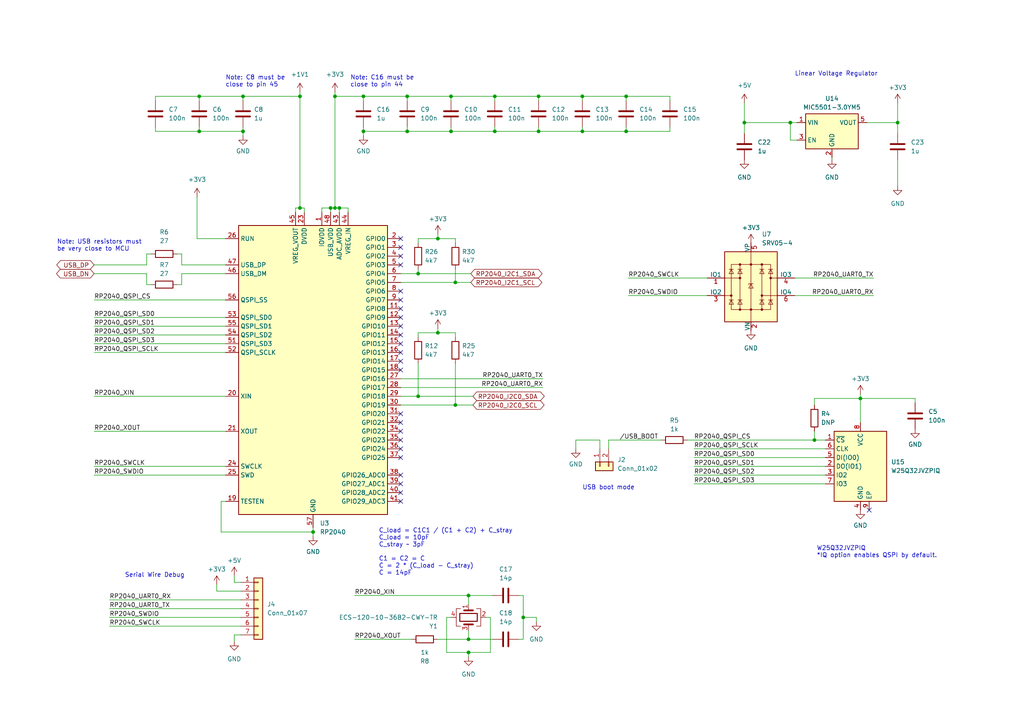
<source format=kicad_sch>
(kicad_sch (version 20230121) (generator eeschema)
  (paper "A4")
  (lib_symbols
    (symbol "Connector_Generic:Conn_01x02" (pin_names (offset 1.016) hide)
      (property "Reference" "J" (at 0 2.54 0))
      (property "Value" "Conn_01x02" (at 0 -5.08 0))
      (symbol "Conn_01x02_1_1"
        (rectangle (start -1.27 -2.413) (end 0 -2.667) (stroke (width 0.1524)))
        (rectangle (start -1.27 0.127) (end 0 -0.127) (stroke (width 0.1524)))
        (rectangle (start -1.27 1.27) (end 1.27 -3.81) (stroke (width 0.254)) (fill (type background)))
        (pin passive line (at -5.08 0 0) (length 3.81) (name "Pin_1") (number "1"))
        (pin passive line (at -5.08 -2.54 0) (length 3.81) (name "Pin_2") (number "2"))
      )
    )
    (symbol "Connector_Generic:Conn_01x07" (pin_names (offset 1.016) hide)
      (property "Reference" "J" (at 0 10.16 0))
      (property "Value" "Conn_01x07" (at 0 -10.16 0))
      (symbol "Conn_01x07_1_1"
        (rectangle (start -1.27 -7.493) (end 0 -7.747) (stroke (width 0.1524)))
        (rectangle (start -1.27 -4.953) (end 0 -5.207) (stroke (width 0.1524)))
        (rectangle (start -1.27 -2.413) (end 0 -2.667) (stroke (width 0.1524)))
        (rectangle (start -1.27 0.127) (end 0 -0.127) (stroke (width 0.1524)))
        (rectangle (start -1.27 2.667) (end 0 2.413) (stroke (width 0.1524)))
        (rectangle (start -1.27 5.207) (end 0 4.953) (stroke (width 0.1524)))
        (rectangle (start -1.27 7.747) (end 0 7.493) (stroke (width 0.1524)))
        (rectangle (start -1.27 8.89) (end 1.27 -8.89) (stroke (width 0.254)) (fill (type background)))
        (pin passive line (at -5.08 7.62 0) (length 3.81) (name "Pin_1") (number "1"))
        (pin passive line (at -5.08 5.08 0) (length 3.81) (name "Pin_2") (number "2"))
        (pin passive line (at -5.08 2.54 0) (length 3.81) (name "Pin_3") (number "3"))
        (pin passive line (at -5.08 0 0) (length 3.81) (name "Pin_4") (number "4"))
        (pin passive line (at -5.08 -2.54 0) (length 3.81) (name "Pin_5") (number "5"))
        (pin passive line (at -5.08 -5.08 0) (length 3.81) (name "Pin_6") (number "6"))
        (pin passive line (at -5.08 -7.62 0) (length 3.81) (name "Pin_7") (number "7"))
      )
    )
    (symbol "Device:C" (pin_numbers hide) (pin_names (offset 0.254))
      (property "Reference" "C" (at 0.635 2.54 0))
      (property "Value" "C" (at 0.635 -2.54 0))
      (symbol "C_0_1"
        (polyline (pts (xy -2.032 -0.762) (xy 2.032 -0.762)) (stroke (width 0.508)))
        (polyline (pts (xy -2.032 0.762) (xy 2.032 0.762)) (stroke (width 0.508)))
      )
      (symbol "C_1_1"
        (pin passive line (at 0 3.81 270) (length 2.794) (name "~") (number "1"))
        (pin passive line (at 0 -3.81 90) (length 2.794) (name "~") (number "2"))
      )
    )
    (symbol "Device:Crystal_GND24" (pin_names (offset 1.016) hide)
      (property "Reference" "Y" (at 3.175 5.08 0))
      (property "Value" "Crystal_GND24" (at 3.175 3.175 0))
      (symbol "Crystal_GND24_0_1"
        (rectangle (start -1.143 2.54) (end 1.143 -2.54) (stroke (width 0.3048)))
        (polyline (pts (xy -2.54 0) (xy -2.032 0)))
        (polyline (pts (xy -2.032 -1.27) (xy -2.032 1.27)) (stroke (width 0.508)))
        (polyline (pts (xy 0 -3.81) (xy 0 -3.556)))
        (polyline (pts (xy 0 3.556) (xy 0 3.81)))
        (polyline (pts (xy 2.032 -1.27) (xy 2.032 1.27)) (stroke (width 0.508)))
        (polyline (pts (xy 2.032 0) (xy 2.54 0)))
        (polyline (pts (xy -2.54 -2.286) (xy -2.54 -3.556) (xy 2.54 -3.556) (xy 2.54 -2.286)))
        (polyline (pts (xy -2.54 2.286) (xy -2.54 3.556) (xy 2.54 3.556) (xy 2.54 2.286)))
      )
      (symbol "Crystal_GND24_1_1"
        (pin passive line (at -3.81 0 0) (length 1.27) (name "1") (number "1"))
        (pin passive line (at 0 5.08 270) (length 1.27) (name "2") (number "2"))
        (pin passive line (at 3.81 0 180) (length 1.27) (name "3") (number "3"))
        (pin passive line (at 0 -5.08 90) (length 1.27) (name "4") (number "4"))
      )
    )
    (symbol "Device:R" (pin_numbers hide) (pin_names (offset 0))
      (property "Reference" "R" (at 2.032 0 90))
      (property "Value" "R" (at 0 0 90))
      (symbol "R_0_1"
        (rectangle (start -1.016 -2.54) (end 1.016 2.54) (stroke (width 0.254)))
      )
      (symbol "R_1_1"
        (pin passive line (at 0 3.81 270) (length 1.27) (name "~") (number "1"))
        (pin passive line (at 0 -3.81 90) (length 1.27) (name "~") (number "2"))
      )
    )
    (symbol "MCU_RaspberryPi:RP2040"
      (property "Reference" "U" (at 17.78 45.72 0))
      (property "Value" "RP2040" (at 17.78 43.18 0))
      (symbol "RP2040_0_1"
        (rectangle (start -21.59 41.91) (end 21.59 -41.91) (stroke (width 0.254)) (fill (type background)))
      )
      (symbol "RP2040_1_1"
        (pin power_in line (at 2.54 45.72 270) (length 3.81) (name "IOVDD") (number "1"))
        (pin passive line (at 2.54 45.72 270) (length 3.81) hide (name "IOVDD") (number "10"))
        (pin bidirectional line (at 25.4 17.78 180) (length 3.81) (name "GPIO8") (number "11"))
        (pin bidirectional line (at 25.4 15.24 180) (length 3.81) (name "GPIO9") (number "12"))
        (pin bidirectional line (at 25.4 12.7 180) (length 3.81) (name "GPIO10") (number "13"))
        (pin bidirectional line (at 25.4 10.16 180) (length 3.81) (name "GPIO11") (number "14"))
        (pin bidirectional line (at 25.4 7.62 180) (length 3.81) (name "GPIO12") (number "15"))
        (pin bidirectional line (at 25.4 5.08 180) (length 3.81) (name "GPIO13") (number "16"))
        (pin bidirectional line (at 25.4 2.54 180) (length 3.81) (name "GPIO14") (number "17"))
        (pin bidirectional line (at 25.4 0 180) (length 3.81) (name "GPIO15") (number "18"))
        (pin input line (at -25.4 -38.1 0) (length 3.81) (name "TESTEN") (number "19"))
        (pin bidirectional line (at 25.4 38.1 180) (length 3.81) (name "GPIO0") (number "2"))
        (pin input line (at -25.4 -7.62 0) (length 3.81) (name "XIN") (number "20"))
        (pin passive line (at -25.4 -17.78 0) (length 3.81) (name "XOUT") (number "21"))
        (pin passive line (at 2.54 45.72 270) (length 3.81) hide (name "IOVDD") (number "22"))
        (pin power_in line (at -2.54 45.72 270) (length 3.81) (name "DVDD") (number "23"))
        (pin input line (at -25.4 -27.94 0) (length 3.81) (name "SWCLK") (number "24"))
        (pin bidirectional line (at -25.4 -30.48 0) (length 3.81) (name "SWD") (number "25"))
        (pin input line (at -25.4 38.1 0) (length 3.81) (name "RUN") (number "26"))
        (pin bidirectional line (at 25.4 -2.54 180) (length 3.81) (name "GPIO16") (number "27"))
        (pin bidirectional line (at 25.4 -5.08 180) (length 3.81) (name "GPIO17") (number "28"))
        (pin bidirectional line (at 25.4 -7.62 180) (length 3.81) (name "GPIO18") (number "29"))
        (pin bidirectional line (at 25.4 35.56 180) (length 3.81) (name "GPIO1") (number "3"))
        (pin bidirectional line (at 25.4 -10.16 180) (length 3.81) (name "GPIO19") (number "30"))
        (pin bidirectional line (at 25.4 -12.7 180) (length 3.81) (name "GPIO20") (number "31"))
        (pin bidirectional line (at 25.4 -15.24 180) (length 3.81) (name "GPIO21") (number "32"))
        (pin passive line (at 2.54 45.72 270) (length 3.81) hide (name "IOVDD") (number "33"))
        (pin bidirectional line (at 25.4 -17.78 180) (length 3.81) (name "GPIO22") (number "34"))
        (pin bidirectional line (at 25.4 -20.32 180) (length 3.81) (name "GPIO23") (number "35"))
        (pin bidirectional line (at 25.4 -22.86 180) (length 3.81) (name "GPIO24") (number "36"))
        (pin bidirectional line (at 25.4 -25.4 180) (length 3.81) (name "GPIO25") (number "37"))
        (pin bidirectional line (at 25.4 -30.48 180) (length 3.81) (name "GPIO26_ADC0") (number "38"))
        (pin bidirectional line (at 25.4 -33.02 180) (length 3.81) (name "GPIO27_ADC1") (number "39"))
        (pin bidirectional line (at 25.4 33.02 180) (length 3.81) (name "GPIO2") (number "4"))
        (pin bidirectional line (at 25.4 -35.56 180) (length 3.81) (name "GPIO28_ADC2") (number "40"))
        (pin bidirectional line (at 25.4 -38.1 180) (length 3.81) (name "GPIO29_ADC3") (number "41"))
        (pin passive line (at 2.54 45.72 270) (length 3.81) hide (name "IOVDD") (number "42"))
        (pin power_in line (at 7.62 45.72 270) (length 3.81) (name "ADC_AVDD") (number "43"))
        (pin power_in line (at 10.16 45.72 270) (length 3.81) (name "VREG_IN") (number "44"))
        (pin power_out line (at -5.08 45.72 270) (length 3.81) (name "VREG_VOUT") (number "45"))
        (pin bidirectional line (at -25.4 27.94 0) (length 3.81) (name "USB_DM") (number "46"))
        (pin bidirectional line (at -25.4 30.48 0) (length 3.81) (name "USB_DP") (number "47"))
        (pin power_in line (at 5.08 45.72 270) (length 3.81) (name "USB_VDD") (number "48"))
        (pin passive line (at 2.54 45.72 270) (length 3.81) hide (name "IOVDD") (number "49"))
        (pin bidirectional line (at 25.4 30.48 180) (length 3.81) (name "GPIO3") (number "5"))
        (pin passive line (at -2.54 45.72 270) (length 3.81) hide (name "DVDD") (number "50"))
        (pin bidirectional line (at -25.4 7.62 0) (length 3.81) (name "QSPI_SD3") (number "51"))
        (pin output line (at -25.4 5.08 0) (length 3.81) (name "QSPI_SCLK") (number "52"))
        (pin bidirectional line (at -25.4 15.24 0) (length 3.81) (name "QSPI_SD0") (number "53"))
        (pin bidirectional line (at -25.4 10.16 0) (length 3.81) (name "QSPI_SD2") (number "54"))
        (pin bidirectional line (at -25.4 12.7 0) (length 3.81) (name "QSPI_SD1") (number "55"))
        (pin bidirectional line (at -25.4 20.32 0) (length 3.81) (name "QSPI_SS") (number "56"))
        (pin power_in line (at 0 -45.72 90) (length 3.81) (name "GND") (number "57"))
        (pin bidirectional line (at 25.4 27.94 180) (length 3.81) (name "GPIO4") (number "6"))
        (pin bidirectional line (at 25.4 25.4 180) (length 3.81) (name "GPIO5") (number "7"))
        (pin bidirectional line (at 25.4 22.86 180) (length 3.81) (name "GPIO6") (number "8"))
        (pin bidirectional line (at 25.4 20.32 180) (length 3.81) (name "GPIO7") (number "9"))
      )
    )
    (symbol "Memory_Flash:W25Q32JVZP"
      (property "Reference" "U" (at -6.35 11.43 0))
      (property "Value" "W25Q32JVZP" (at 7.62 11.43 0))
      (symbol "W25Q32JVZP_0_1"
        (rectangle (start -7.62 10.16) (end 7.62 -10.16) (stroke (width 0.254)) (fill (type background)))
      )
      (symbol "W25Q32JVZP_1_1"
        (pin input line (at -10.16 7.62 0) (length 2.54) (name "~{CS}") (number "1"))
        (pin bidirectional line (at -10.16 0 0) (length 2.54) (name "DO(IO1)") (number "2"))
        (pin bidirectional line (at -10.16 -2.54 0) (length 2.54) (name "IO2") (number "3"))
        (pin power_in line (at 0 -12.7 90) (length 2.54) (name "GND") (number "4"))
        (pin bidirectional line (at -10.16 2.54 0) (length 2.54) (name "DI(IO0)") (number "5"))
        (pin input line (at -10.16 5.08 0) (length 2.54) (name "CLK") (number "6"))
        (pin bidirectional line (at -10.16 -5.08 0) (length 2.54) (name "IO3") (number "7"))
        (pin power_in line (at 0 12.7 270) (length 2.54) (name "VCC") (number "8"))
        (pin passive line (at 2.54 -12.7 90) (length 2.54) (name "EP") (number "9"))
      )
    )
    (symbol "Power_Protection:SRV05-4" (pin_names (offset 0))
      (property "Reference" "U" (at -5.08 11.43 0))
      (property "Value" "SRV05-4" (at 2.54 11.43 0))
      (symbol "SRV05-4_0_0"
        (rectangle (start -5.715 6.477) (end 5.715 -6.604))
        (polyline (pts (xy -3.175 -6.604) (xy -3.175 6.477)))
        (polyline (pts (xy 3.175 6.477) (xy 3.175 -6.604)))
      )
      (symbol "SRV05-4_0_1"
        (rectangle (start -7.62 10.16) (end 7.62 -10.16) (stroke (width 0.254)) (fill (type background)))
        (circle (center -5.715 -2.54) (radius 0.2794) (fill (type outline)))
        (circle (center -3.175 -6.604) (radius 0.2794) (fill (type outline)))
        (circle (center -3.175 2.54) (radius 0.2794) (fill (type outline)))
        (circle (center -3.175 6.477) (radius 0.2794) (fill (type outline)))
        (circle (center 0 -6.604) (radius 0.2794) (fill (type outline)))
        (polyline (pts (xy -7.747 2.54) (xy -3.175 2.54)))
        (polyline (pts (xy -7.62 -2.54) (xy -5.715 -2.54)))
        (polyline (pts (xy -5.08 -3.81) (xy -6.35 -3.81)))
        (polyline (pts (xy -5.08 5.08) (xy -6.35 5.08)))
        (polyline (pts (xy -2.54 -3.81) (xy -3.81 -3.81)))
        (polyline (pts (xy -2.54 5.08) (xy -3.81 5.08)))
        (polyline (pts (xy 0 10.16) (xy 0 -10.16)))
        (polyline (pts (xy 3.81 -3.81) (xy 2.54 -3.81)))
        (polyline (pts (xy 3.81 5.08) (xy 2.54 5.08)))
        (polyline (pts (xy 6.35 -3.81) (xy 5.08 -3.81)))
        (polyline (pts (xy 6.35 5.08) (xy 5.08 5.08)))
        (polyline (pts (xy 7.62 -2.54) (xy 3.175 -2.54)))
        (polyline (pts (xy 7.62 2.54) (xy 5.715 2.54)))
        (polyline (pts (xy 0.635 0.889) (xy -0.635 0.889) (xy -0.635 0.635)))
        (polyline (pts (xy -5.08 -5.08) (xy -6.35 -5.08) (xy -5.715 -3.81) (xy -5.08 -5.08)))
        (polyline (pts (xy -5.08 3.81) (xy -6.35 3.81) (xy -5.715 5.08) (xy -5.08 3.81)))
        (polyline (pts (xy -2.54 -5.08) (xy -3.81 -5.08) (xy -3.175 -3.81) (xy -2.54 -5.08)))
        (polyline (pts (xy -2.54 3.81) (xy -3.81 3.81) (xy -3.175 5.08) (xy -2.54 3.81)))
        (polyline (pts (xy 0.635 -0.381) (xy -0.635 -0.381) (xy 0 0.889) (xy 0.635 -0.381)))
        (polyline (pts (xy 3.81 -5.08) (xy 2.54 -5.08) (xy 3.175 -3.81) (xy 3.81 -5.08)))
        (polyline (pts (xy 3.81 3.81) (xy 2.54 3.81) (xy 3.175 5.08) (xy 3.81 3.81)))
        (polyline (pts (xy 6.35 -5.08) (xy 5.08 -5.08) (xy 5.715 -3.81) (xy 6.35 -5.08)))
        (polyline (pts (xy 6.35 3.81) (xy 5.08 3.81) (xy 5.715 5.08) (xy 6.35 3.81)))
        (circle (center 0 6.477) (radius 0.2794) (fill (type outline)))
        (circle (center 3.175 -6.604) (radius 0.2794) (fill (type outline)))
        (circle (center 3.175 -2.54) (radius 0.2794) (fill (type outline)))
        (circle (center 3.175 6.477) (radius 0.2794) (fill (type outline)))
        (circle (center 5.715 2.54) (radius 0.2794) (fill (type outline)))
      )
      (symbol "SRV05-4_1_1"
        (pin passive line (at -12.7 2.54 0) (length 5.08) (name "IO1") (number "1"))
        (pin passive line (at 0 -12.7 90) (length 2.54) (name "VN") (number "2"))
        (pin passive line (at -12.7 -2.54 0) (length 5.08) (name "IO2") (number "3"))
        (pin passive line (at 12.7 2.54 180) (length 5.08) (name "IO3") (number "4"))
        (pin passive line (at 0 12.7 270) (length 2.54) (name "VP") (number "5"))
        (pin passive line (at 12.7 -2.54 180) (length 5.08) (name "IO4") (number "6"))
      )
    )
    (symbol "Regulator_Linear:MIC5501-3.0YM5"
      (property "Reference" "U" (at -7.62 8.89 0))
      (property "Value" "MIC5501-3.0YM5" (at -7.62 6.35 0))
      (symbol "MIC5501-3.0YM5_0_1"
        (rectangle (start -7.62 -5.08) (end 7.62 5.08) (stroke (width 0.254)) (fill (type background)))
      )
      (symbol "MIC5501-3.0YM5_1_1"
        (pin power_in line (at -10.16 2.54 0) (length 2.54) (name "VIN") (number "1"))
        (pin power_in line (at 0 -7.62 90) (length 2.54) (name "GND") (number "2"))
        (pin input line (at -10.16 -2.54 0) (length 2.54) (name "EN") (number "3"))
        (pin no_connect line (at 7.62 -2.54 180) (length 2.54) hide (name "NC") (number "4"))
        (pin power_out line (at 10.16 2.54 180) (length 2.54) (name "VOUT") (number "5"))
      )
    )
    (symbol "power:+1V1" (power) (pin_names (offset 0))
      (property "Value" "+1V1" (at 0 3.556 0))
      (symbol "+1V1_0_1"
        (polyline (pts (xy -0.762 1.27) (xy 0 2.54)))
        (polyline (pts (xy 0 0) (xy 0 2.54)))
        (polyline (pts (xy 0 2.54) (xy 0.762 1.27)))
      )
      (symbol "+1V1_1_1"
        (pin power_in line (at 0 0 90) (length 0) hide (name "+1V1") (number "1"))
      )
    )
    (symbol "power:+3V3" (power) (pin_names (offset 0))
      (property "Value" "+3V3" (at 0 3.556 0))
      (symbol "+3V3_0_1"
        (polyline (pts (xy -0.762 1.27) (xy 0 2.54)))
        (polyline (pts (xy 0 0) (xy 0 2.54)))
        (polyline (pts (xy 0 2.54) (xy 0.762 1.27)))
      )
      (symbol "+3V3_1_1"
        (pin power_in line (at 0 0 90) (length 0) hide (name "+3V3") (number "1"))
      )
    )
    (symbol "power:+5V" (power) (pin_names (offset 0))
      (property "Value" "+5V" (at 0 3.556 0))
      (symbol "+5V_0_1"
        (polyline (pts (xy -0.762 1.27) (xy 0 2.54)))
        (polyline (pts (xy 0 0) (xy 0 2.54)))
        (polyline (pts (xy 0 2.54) (xy 0.762 1.27)))
      )
      (symbol "+5V_1_1"
        (pin power_in line (at 0 0 90) (length 0) hide (name "+5V") (number "1"))
      )
    )
    (symbol "power:GND" (power) (pin_names (offset 0))
      (property "Value" "GND" (at 0 -3.81 0))
      (symbol "GND_0_1"
        (polyline (pts (xy 0 0) (xy 0 -1.27) (xy 1.27 -1.27) (xy 0 -2.54) (xy -1.27 -1.27) (xy 0 -1.27)))
      )
      (symbol "GND_1_1"
        (pin power_in line (at 0 0 270) (length 0) hide (name "GND") (number "1"))
      )
    )
  )
  (junction (at 70.485 27.94))
  (junction (at 98.425 60.325))
  (junction (at 168.91 38.1))
  (junction (at 156.21 27.94))
  (junction (at 57.785 38.1))
  (junction (at 260.35 35.56))
  (junction (at 97.155 60.325))
  (junction (at 95.885 60.325))
  (junction (at 105.41 38.1))
  (junction (at 118.11 27.94))
  (junction (at 127 96.52))
  (junction (at 151.765 179.07))
  (junction (at 143.51 38.1))
  (junction (at 229.235 35.56))
  (junction (at 121.285 114.935))
  (junction (at 135.89 172.72))
  (junction (at 215.9 35.56))
  (junction (at 249.555 115.57))
  (junction (at 132.08 81.915))
  (junction (at 236.22 127.635))
  (junction (at 90.805 154.305))
  (junction (at 135.89 189.23))
  (junction (at 135.89 185.42))
  (junction (at 70.485 38.1))
  (junction (at 118.11 38.1))
  (junction (at 130.81 38.1))
  (junction (at 57.785 27.94))
  (junction (at 121.285 79.375))
  (junction (at 130.81 27.94))
  (junction (at 132.08 117.475))
  (junction (at 168.91 27.94))
  (junction (at 97.155 27.94))
  (junction (at 105.41 27.94))
  (junction (at 156.21 38.1))
  (junction (at 143.51 27.94))
  (junction (at 127 69.215))
  (junction (at 86.995 60.325))
  (junction (at 181.61 27.94))
  (junction (at 86.995 27.94))
  (junction (at 181.61 38.1))
  (no_connect (at 116.205 125.095))
  (no_connect (at 252.095 147.955))
  (no_connect (at 116.205 71.755))
  (no_connect (at 116.205 92.075))
  (no_connect (at 116.205 145.415))
  (no_connect (at 116.205 107.315))
  (no_connect (at 116.205 84.455))
  (no_connect (at 116.205 140.335))
  (no_connect (at 116.205 122.555))
  (no_connect (at 116.205 142.875))
  (no_connect (at 116.205 99.695))
  (no_connect (at 116.205 137.795))
  (no_connect (at 116.205 130.175))
  (no_connect (at 116.205 127.635))
  (no_connect (at 116.205 76.835))
  (no_connect (at 116.205 120.015))
  (no_connect (at 116.205 97.155))
  (no_connect (at 116.205 104.775))
  (no_connect (at 116.205 89.535))
  (no_connect (at 116.205 74.295))
  (no_connect (at 116.205 69.215))
  (no_connect (at 116.205 94.615))
  (no_connect (at 116.205 132.715))
  (no_connect (at 116.205 86.995))
  (no_connect (at 116.205 102.235))
  (wire (pts (xy 182.245 85.725) (xy 205.105 85.725)))
  (wire (pts (xy 27.305 92.075) (xy 65.405 92.075)))
  (wire (pts (xy 127 96.52) (xy 132.08 96.52)))
  (wire (pts (xy 181.61 29.21) (xy 181.61 27.94)))
  (wire (pts (xy 27.305 86.995) (xy 65.405 86.995)))
  (wire (pts (xy 251.46 35.56) (xy 260.35 35.56)))
  (wire (pts (xy 64.135 145.415) (xy 64.135 154.305)))
  (wire (pts (xy 215.9 29.845) (xy 215.9 35.56)))
  (wire (pts (xy 45.085 27.94) (xy 57.785 27.94)))
  (wire (pts (xy 27.305 102.235) (xy 65.405 102.235)))
  (wire (pts (xy 253.365 80.645) (xy 230.505 80.645)))
  (wire (pts (xy 86.995 60.325) (xy 85.725 60.325)))
  (wire (pts (xy 167.005 127.635) (xy 167.005 130.175)))
  (wire (pts (xy 27.305 97.155) (xy 65.405 97.155)))
  (wire (pts (xy 65.405 76.835) (xy 52.705 76.835)))
  (wire (pts (xy 132.08 96.52) (xy 132.08 97.79)))
  (wire (pts (xy 86.995 27.94) (xy 86.995 60.325)))
  (wire (pts (xy 97.155 26.67) (xy 97.155 27.94)))
  (wire (pts (xy 118.11 27.94) (xy 118.11 29.21)))
  (wire (pts (xy 51.435 82.55) (xy 52.705 82.55)))
  (wire (pts (xy 236.22 115.57) (xy 249.555 115.57)))
  (wire (pts (xy 143.51 29.21) (xy 143.51 27.94)))
  (wire (pts (xy 181.61 36.83) (xy 181.61 38.1)))
  (wire (pts (xy 201.295 135.255) (xy 239.395 135.255)))
  (wire (pts (xy 116.205 114.935) (xy 121.285 114.935)))
  (wire (pts (xy 249.555 114.3) (xy 249.555 115.57)))
  (wire (pts (xy 199.39 127.635) (xy 236.22 127.635)))
  (wire (pts (xy 52.705 79.375) (xy 65.405 79.375)))
  (wire (pts (xy 129.54 179.07) (xy 129.54 189.23)))
  (wire (pts (xy 201.295 130.175) (xy 239.395 130.175)))
  (wire (pts (xy 241.3 46.355) (xy 241.3 45.72)))
  (wire (pts (xy 201.295 132.715) (xy 239.395 132.715)))
  (wire (pts (xy 121.285 97.79) (xy 121.285 96.52)))
  (wire (pts (xy 67.945 184.15) (xy 67.945 186.055)))
  (wire (pts (xy 155.575 179.07) (xy 151.765 179.07)))
  (wire (pts (xy 65.405 145.415) (xy 64.135 145.415)))
  (wire (pts (xy 52.705 76.835) (xy 52.705 73.66)))
  (wire (pts (xy 229.235 35.56) (xy 229.235 40.64)))
  (wire (pts (xy 168.91 36.83) (xy 168.91 38.1)))
  (wire (pts (xy 42.545 82.55) (xy 43.815 82.55)))
  (wire (pts (xy 140.97 179.07) (xy 142.24 179.07)))
  (wire (pts (xy 156.21 36.83) (xy 156.21 38.1)))
  (wire (pts (xy 88.265 61.595) (xy 88.265 60.325)))
  (wire (pts (xy 132.08 81.915) (xy 136.525 81.915)))
  (wire (pts (xy 121.285 78.105) (xy 121.285 79.375)))
  (wire (pts (xy 116.205 79.375) (xy 121.285 79.375)))
  (wire (pts (xy 143.51 36.83) (xy 143.51 38.1)))
  (wire (pts (xy 118.11 27.94) (xy 130.81 27.94)))
  (wire (pts (xy 151.765 179.07) (xy 151.765 185.42)))
  (wire (pts (xy 127 95.25) (xy 127 96.52)))
  (wire (pts (xy 236.22 117.475) (xy 236.22 115.57)))
  (wire (pts (xy 97.155 27.94) (xy 97.155 60.325)))
  (wire (pts (xy 27.305 135.255) (xy 65.405 135.255)))
  (wire (pts (xy 130.81 29.21) (xy 130.81 27.94)))
  (wire (pts (xy 27.305 114.935) (xy 65.405 114.935)))
  (wire (pts (xy 85.725 60.325) (xy 85.725 61.595)))
  (wire (pts (xy 151.765 185.42) (xy 150.495 185.42)))
  (wire (pts (xy 100.965 60.325) (xy 100.965 61.595)))
  (wire (pts (xy 265.43 115.57) (xy 265.43 116.84)))
  (wire (pts (xy 70.485 36.83) (xy 70.485 38.1)))
  (wire (pts (xy 57.785 27.94) (xy 70.485 27.94)))
  (wire (pts (xy 57.15 57.15) (xy 57.15 69.215)))
  (wire (pts (xy 27.305 94.615) (xy 65.405 94.615)))
  (wire (pts (xy 67.945 167.005) (xy 67.945 168.91)))
  (wire (pts (xy 57.785 27.94) (xy 57.785 29.21)))
  (wire (pts (xy 95.885 60.325) (xy 97.155 60.325)))
  (wire (pts (xy 105.41 38.1) (xy 105.41 39.37)))
  (wire (pts (xy 98.425 60.325) (xy 98.425 61.595)))
  (wire (pts (xy 97.155 60.325) (xy 98.425 60.325)))
  (wire (pts (xy 181.61 27.94) (xy 194.31 27.94)))
  (wire (pts (xy 236.22 125.095) (xy 236.22 127.635)))
  (wire (pts (xy 105.41 38.1) (xy 118.11 38.1)))
  (wire (pts (xy 130.81 27.94) (xy 143.51 27.94)))
  (wire (pts (xy 93.345 61.595) (xy 93.345 60.325)))
  (wire (pts (xy 260.35 35.56) (xy 260.35 38.735)))
  (wire (pts (xy 42.545 73.66) (xy 43.815 73.66)))
  (wire (pts (xy 155.575 180.34) (xy 155.575 179.07)))
  (wire (pts (xy 45.085 29.21) (xy 45.085 27.94)))
  (wire (pts (xy 132.08 78.105) (xy 132.08 81.915)))
  (wire (pts (xy 57.15 69.215) (xy 65.405 69.215)))
  (wire (pts (xy 70.485 38.1) (xy 57.785 38.1)))
  (wire (pts (xy 181.61 38.1) (xy 194.31 38.1)))
  (wire (pts (xy 93.345 60.325) (xy 95.885 60.325)))
  (wire (pts (xy 127 185.42) (xy 135.89 185.42)))
  (wire (pts (xy 121.285 96.52) (xy 127 96.52)))
  (wire (pts (xy 27.305 76.835) (xy 42.545 76.835)))
  (wire (pts (xy 157.48 112.395) (xy 116.205 112.395)))
  (wire (pts (xy 142.24 189.23) (xy 135.89 189.23)))
  (wire (pts (xy 67.945 168.91) (xy 69.85 168.91)))
  (wire (pts (xy 105.41 36.83) (xy 105.41 38.1)))
  (wire (pts (xy 69.85 184.15) (xy 67.945 184.15)))
  (wire (pts (xy 102.87 185.42) (xy 119.38 185.42)))
  (wire (pts (xy 201.295 137.795) (xy 239.395 137.795)))
  (wire (pts (xy 229.235 35.56) (xy 231.14 35.56)))
  (wire (pts (xy 127 69.215) (xy 132.08 69.215)))
  (wire (pts (xy 116.205 81.915) (xy 132.08 81.915)))
  (wire (pts (xy 90.805 154.305) (xy 90.805 153.035)))
  (wire (pts (xy 260.35 29.845) (xy 260.35 35.56)))
  (wire (pts (xy 156.21 29.21) (xy 156.21 27.94)))
  (wire (pts (xy 253.365 85.725) (xy 230.505 85.725)))
  (wire (pts (xy 52.705 82.55) (xy 52.705 79.375)))
  (wire (pts (xy 86.995 26.67) (xy 86.995 27.94)))
  (wire (pts (xy 57.785 38.1) (xy 45.085 38.1)))
  (wire (pts (xy 130.81 179.07) (xy 129.54 179.07)))
  (wire (pts (xy 70.485 38.1) (xy 70.485 39.37)))
  (wire (pts (xy 27.305 99.695) (xy 65.405 99.695)))
  (wire (pts (xy 90.805 154.305) (xy 90.805 155.575)))
  (wire (pts (xy 42.545 79.375) (xy 27.305 79.375)))
  (wire (pts (xy 236.22 127.635) (xy 239.395 127.635)))
  (wire (pts (xy 132.08 69.215) (xy 132.08 70.485)))
  (wire (pts (xy 194.31 29.21) (xy 194.31 27.94)))
  (wire (pts (xy 130.81 38.1) (xy 143.51 38.1)))
  (wire (pts (xy 249.555 122.555) (xy 249.555 115.57)))
  (wire (pts (xy 194.31 36.83) (xy 194.31 38.1)))
  (wire (pts (xy 260.35 46.355) (xy 260.35 53.975)))
  (wire (pts (xy 118.11 38.1) (xy 130.81 38.1)))
  (wire (pts (xy 156.21 38.1) (xy 168.91 38.1)))
  (wire (pts (xy 62.865 169.545) (xy 62.865 171.45)))
  (wire (pts (xy 231.14 40.64) (xy 229.235 40.64)))
  (wire (pts (xy 98.425 60.325) (xy 100.965 60.325)))
  (wire (pts (xy 142.24 179.07) (xy 142.24 189.23)))
  (wire (pts (xy 42.545 76.835) (xy 42.545 73.66)))
  (wire (pts (xy 129.54 189.23) (xy 135.89 189.23)))
  (wire (pts (xy 135.89 182.88) (xy 135.89 185.42)))
  (wire (pts (xy 57.785 36.83) (xy 57.785 38.1)))
  (wire (pts (xy 62.865 171.45) (xy 69.85 171.45)))
  (wire (pts (xy 157.48 109.855) (xy 116.205 109.855)))
  (wire (pts (xy 52.705 73.66) (xy 51.435 73.66)))
  (wire (pts (xy 95.885 60.325) (xy 95.885 61.595)))
  (wire (pts (xy 135.89 172.72) (xy 135.89 175.26)))
  (wire (pts (xy 27.305 137.795) (xy 65.405 137.795)))
  (wire (pts (xy 105.41 29.21) (xy 105.41 27.94)))
  (wire (pts (xy 70.485 27.94) (xy 70.485 29.21)))
  (wire (pts (xy 168.91 38.1) (xy 181.61 38.1)))
  (wire (pts (xy 132.08 105.41) (xy 132.08 117.475)))
  (wire (pts (xy 135.89 185.42) (xy 142.875 185.42)))
  (wire (pts (xy 156.21 27.94) (xy 168.91 27.94)))
  (wire (pts (xy 27.305 125.095) (xy 65.405 125.095)))
  (wire (pts (xy 31.75 181.61) (xy 69.85 181.61)))
  (wire (pts (xy 116.205 117.475) (xy 132.08 117.475)))
  (wire (pts (xy 64.135 154.305) (xy 90.805 154.305)))
  (wire (pts (xy 176.53 127.635) (xy 191.77 127.635)))
  (wire (pts (xy 121.285 69.215) (xy 127 69.215)))
  (wire (pts (xy 215.9 35.56) (xy 215.9 38.735)))
  (wire (pts (xy 135.89 172.72) (xy 142.875 172.72)))
  (wire (pts (xy 143.51 38.1) (xy 156.21 38.1)))
  (wire (pts (xy 151.765 172.72) (xy 151.765 179.07)))
  (wire (pts (xy 31.75 173.99) (xy 69.85 173.99)))
  (wire (pts (xy 168.91 27.94) (xy 181.61 27.94)))
  (wire (pts (xy 118.11 38.1) (xy 118.11 36.83)))
  (wire (pts (xy 176.53 127.635) (xy 176.53 130.175)))
  (wire (pts (xy 135.89 189.23) (xy 135.89 190.5)))
  (wire (pts (xy 31.75 179.07) (xy 69.85 179.07)))
  (wire (pts (xy 121.285 79.375) (xy 136.525 79.375)))
  (wire (pts (xy 102.87 172.72) (xy 135.89 172.72)))
  (wire (pts (xy 31.75 176.53) (xy 69.85 176.53)))
  (wire (pts (xy 88.265 60.325) (xy 86.995 60.325)))
  (wire (pts (xy 42.545 82.55) (xy 42.545 79.375)))
  (wire (pts (xy 215.9 35.56) (xy 229.235 35.56)))
  (wire (pts (xy 45.085 38.1) (xy 45.085 36.83)))
  (wire (pts (xy 143.51 27.94) (xy 156.21 27.94)))
  (wire (pts (xy 97.155 27.94) (xy 105.41 27.94)))
  (wire (pts (xy 105.41 27.94) (xy 118.11 27.94)))
  (wire (pts (xy 150.495 172.72) (xy 151.765 172.72)))
  (wire (pts (xy 173.99 130.175) (xy 173.99 127.635)))
  (wire (pts (xy 168.91 29.21) (xy 168.91 27.94)))
  (wire (pts (xy 121.285 70.485) (xy 121.285 69.215)))
  (wire (pts (xy 201.295 140.335) (xy 239.395 140.335)))
  (wire (pts (xy 182.245 80.645) (xy 205.105 80.645)))
  (wire (pts (xy 167.005 127.635) (xy 173.99 127.635)))
  (wire (pts (xy 132.08 117.475) (xy 137.16 117.475)))
  (wire (pts (xy 86.995 27.94) (xy 70.485 27.94)))
  (wire (pts (xy 121.285 114.935) (xy 137.16 114.935)))
  (wire (pts (xy 249.555 115.57) (xy 265.43 115.57)))
  (wire (pts (xy 121.285 105.41) (xy 121.285 114.935)))
  (wire (pts (xy 130.81 36.83) (xy 130.81 38.1)))
  (wire (pts (xy 127 67.945) (xy 127 69.215)))
  (text "W25Q32JVZPIQ\n*IQ option enables QSPI by default." (at 236.855 161.925 0) (effects (font (size 1.27 1.27)) (justify left bottom)))
  (text "Linear Voltage Regulator" (at 230.505 22.225 0) (effects (font (size 1.27 1.27)) (justify left bottom)))
  (text "C_load = C1C1 / (C1 + C2) + C_stray\nC_load = 10pF\nC_stray ~ 3pF\n\nC1 = C2 = C\nC = 2 * (C_load - C_stray)\nC = 14pF" (at 109.855 167.005 0) (effects (font (size 1.27 1.27)) (justify left bottom)))
  (text "USB boot mode" (at 168.91 142.24 0) (effects (font (size 1.27 1.27)) (justify left bottom)))
  (text "Serial Wire Debug" (at 36.195 167.64 0) (effects (font (size 1.27 1.27)) (justify left bottom)))
  (text "Note: C16 must be\nclose to pin 44" (at 101.6 25.4 0) (effects (font (size 1.27 1.27)) (justify left bottom)))
  (text "Note: C8 must be\nclose to pin 45" (at 65.405 25.4 0) (effects (font (size 1.27 1.27)) (justify left bottom)))
  (text "Note: USB resistors must\nbe very close to MCU" (at 16.51 73.025 0) (effects (font (size 1.27 1.27)) (justify left bottom)))
  (label "RP2040_QSPI_SD3" (at 27.305 99.695 0))
  (label "RP2040_SWDIO" (at 182.245 85.725 0))
  (label "RP2040_QSPI_SD2" (at 27.305 97.155 0))
  (label "RP2040_UART0_TX" (at 31.75 176.53 0))
  (label "RP2040_UART0_RX" (at 157.48 112.395 180))
  (label "RP2040_QSPI_SD1" (at 201.295 135.255 0))
  (label "RP2040_SWDIO" (at 27.305 137.795 0))
  (label "RP2040_UART0_TX" (at 253.365 80.645 180))
  (label "RP2040_QSPI_SD1" (at 27.305 94.615 0))
  (label "RP2040_QSPI_SCLK" (at 201.295 130.175 0))
  (label "RP2040_SWCLK" (at 182.245 80.645 0))
  (label "RP2040_SWDIO" (at 31.75 179.07 0))
  (label "RP2040_XOUT" (at 102.87 185.42 0))
  (label "{slash}USB_BOOT" (at 179.705 127.635 0))
  (label "RP2040_SWCLK" (at 31.75 181.61 0))
  (label "RP2040_QSPI_SCLK" (at 27.305 102.235 0))
  (label "RP2040_UART0_TX" (at 157.48 109.855 180))
  (label "RP2040_UART0_RX" (at 253.365 85.725 180))
  (label "RP2040_QSPI_SD0" (at 201.295 132.715 0))
  (label "RP2040_XIN" (at 102.87 172.72 0))
  (label "RP2040_QSPI_SD2" (at 201.295 137.795 0))
  (label "RP2040_SWCLK" (at 27.305 135.255 0))
  (label "RP2040_QSPI_SD0" (at 27.305 92.075 0))
  (label "RP2040_QSPI_CS" (at 27.305 86.995 0))
  (label "RP2040_QSPI_CS" (at 201.295 127.635 0))
  (label "RP2040_XIN" (at 27.305 114.935 0))
  (label "RP2040_XOUT" (at 27.305 125.095 0))
  (label "RP2040_QSPI_SD3" (at 201.295 140.335 0))
  (label "RP2040_UART0_RX" (at 31.75 173.99 0))
  (global_label "USB_DP" (shape bidirectional) (at 27.305 76.835 180) (property "Intersheetrefs" "${INTERSHEET_REFS}" (effects hide)))
  (global_label "USB_DN" (shape bidirectional) (at 27.305 79.375 180) (property "Intersheetrefs" "${INTERSHEET_REFS}" (effects hide)))
  (global_label "RP2040_I2C0_SDA" (shape bidirectional) (at 137.16 114.935 0) (property "Intersheetrefs" "${INTERSHEET_REFS}" (effects hide)))
  (global_label "RP2040_I2C1_SDA" (shape bidirectional) (at 136.525 79.375 0) (property "Intersheetrefs" "${INTERSHEET_REFS}" (effects hide)))
  (global_label "RP2040_I2C1_SCL" (shape bidirectional) (at 136.525 81.915 0) (property "Intersheetrefs" "${INTERSHEET_REFS}" (effects hide)))
  (global_label "RP2040_I2C0_SCL" (shape bidirectional) (at 137.16 117.475 0) (property "Intersheetrefs" "${INTERSHEET_REFS}" (effects hide)))
  (symbol (lib_id "Device:R") (at 47.625 73.66 90) (unit 1)
    (property "Reference" "R6" (at 47.625 67.31 90))
    (property "Value" "27" (at 47.625 69.85 90))
    (property "Footprint" "Resistor_SMD:R_0402_1005Metric" (effects hide))
  )
  (symbol (lib_id "Device:R") (at 132.08 101.6 0) (unit 1)
    (property "Reference" "R25" (at 133.985 100.33 0) (effects (justify left)))
    (property "Value" "4k7" (at 133.985 102.87 0) (effects (justify left)))
    (property "Footprint" "Resistor_SMD:R_0402_1005Metric" (effects hide))
  )
  (symbol (lib_id "power:+3V3") (at 127 95.25 0) (unit 1)
    (property "Reference" "#PWR041" (effects hide))
    (property "Value" "+3V3" (at 127 90.805 0))
  )
  (symbol (lib_id "Device:R") (at 123.19 185.42 270) (unit 1)
    (property "Reference" "R8" (at 123.19 191.77 90))
    (property "Value" "1k" (at 123.19 189.23 90))
    (property "Footprint" "Resistor_SMD:R_0402_1005Metric" (effects hide))
  )
  (symbol (lib_id "Device:C") (at 57.785 33.02 0) (unit 1)
    (property "Reference" "C6" (at 61.595 31.75 0) (effects (justify left)))
    (property "Value" "100n" (at 61.595 34.29 0) (effects (justify left)))
    (property "Footprint" "Capacitor_SMD:C_0402_1005Metric" (effects hide))
  )
  (symbol (lib_id "power:+3V3") (at 97.155 26.67 0) (unit 1)
    (property "Reference" "#PWR025" (effects hide))
    (property "Value" "+3V3" (at 97.155 21.59 0))
  )
  (symbol (lib_id "power:+3V3") (at 57.15 57.15 0) (unit 1)
    (property "Reference" "#PWR030" (effects hide))
    (property "Value" "+3V3" (at 57.15 52.07 0))
  )
  (symbol (lib_id "power:+3V3") (at 260.35 29.845 0) (unit 1)
    (property "Reference" "#PWR075" (effects hide))
    (property "Value" "+3V3" (at 260.35 25.4 0))
  )
  (symbol (lib_id "Regulator_Linear:MIC5501-3.0YM5") (at 241.3 38.1 0) (unit 1)
    (property "Reference" "U14" (at 241.3 28.575 0))
    (property "Value" "MIC5501-3.0YM5" (at 241.3 31.115 0))
    (property "Footprint" "Package_TO_SOT_SMD:SOT-23-5" (effects hide))
    (property "Datasheet" "http://ww1.microchip.com/downloads/en/DeviceDoc/MIC550X.pdf" (effects hide))
  )
  (symbol (lib_id "power:+5V") (at 215.9 29.845 0) (unit 1)
    (property "Reference" "#PWR072" (effects hide))
    (property "Value" "+5V" (at 215.9 24.765 0))
  )
  (symbol (lib_id "power:GND") (at 241.3 46.355 0) (unit 1)
    (property "Reference" "#PWR074" (effects hide))
    (property "Value" "GND" (at 241.3 51.435 0))
  )
  (symbol (lib_id "power:GND") (at 90.805 155.575 0) (unit 1)
    (property "Reference" "#PWR016" (effects hide))
    (property "Value" "GND" (at 90.805 160.02 0))
  )
  (symbol (lib_id "Device:C") (at 265.43 120.65 0) (unit 1)
    (property "Reference" "C5" (at 269.24 119.38 0) (effects (justify left)))
    (property "Value" "100n" (at 269.24 121.92 0) (effects (justify left)))
    (property "Footprint" "Capacitor_SMD:C_0402_1005Metric" (effects hide))
  )
  (symbol (lib_id "MCU_RaspberryPi:RP2040") (at 90.805 107.315 0) (unit 1)
    (property "Reference" "U3" (at 92.7609 151.765 0) (effects (justify left)))
    (property "Value" "RP2040" (at 92.7609 154.305 0) (effects (justify left)))
    (property "Footprint" "Package_DFN_QFN:QFN-56-1EP_7x7mm_P0.4mm_EP3.2x3.2mm" (effects hide))
    (property "Datasheet" "https://datasheets.raspberrypi.com/rp2040/rp2040-datasheet.pdf" (effects hide))
  )
  (symbol (lib_id "power:GND") (at 70.485 39.37 0) (unit 1)
    (property "Reference" "#PWR023" (effects hide))
    (property "Value" "GND" (at 70.485 43.815 0))
  )
  (symbol (lib_id "power:+5V") (at 67.945 167.005 0) (unit 1)
    (property "Reference" "#PWR065" (effects hide))
    (property "Value" "+5V" (at 67.945 162.56 0))
  )
  (symbol (lib_id "Device:C") (at 260.35 42.545 0) (unit 1)
    (property "Reference" "C23" (at 264.16 41.275 0) (effects (justify left)))
    (property "Value" "1u" (at 264.16 43.815 0) (effects (justify left)))
    (property "Footprint" "Capacitor_SMD:C_0402_1005Metric" (effects hide))
  )
  (symbol (lib_id "Device:R") (at 47.625 82.55 90) (unit 1)
    (property "Reference" "R7" (at 47.625 76.835 90))
    (property "Value" "27" (at 47.625 79.375 90))
    (property "Footprint" "Resistor_SMD:R_0402_1005Metric" (effects hide))
  )
  (symbol (lib_id "power:GND") (at 217.805 95.885 0) (unit 1)
    (property "Reference" "#PWR092" (effects hide))
    (property "Value" "GND" (at 217.805 100.965 0))
  )
  (symbol (lib_id "power:GND") (at 135.89 190.5 0) (mirror y) (unit 1)
    (property "Reference" "#PWR090" (effects hide))
    (property "Value" "GND" (at 135.89 195.58 0))
  )
  (symbol (lib_id "Device:C") (at 194.31 33.02 0) (unit 1)
    (property "Reference" "C15" (at 198.12 31.75 0) (effects (justify left)))
    (property "Value" "100n" (at 198.12 34.29 0) (effects (justify left)))
    (property "Footprint" "Capacitor_SMD:C_0402_1005Metric" (effects hide))
  )
  (symbol (lib_id "Device:R") (at 121.285 101.6 0) (unit 1)
    (property "Reference" "R12" (at 123.19 100.33 0) (effects (justify left)))
    (property "Value" "4k7" (at 123.19 102.87 0) (effects (justify left)))
    (property "Footprint" "Resistor_SMD:R_0402_1005Metric" (effects hide))
  )
  (symbol (lib_id "power:GND") (at 215.9 46.355 0) (unit 1)
    (property "Reference" "#PWR073" (effects hide))
    (property "Value" "GND" (at 215.9 51.435 0))
  )
  (symbol (lib_id "Device:C") (at 146.685 172.72 90) (mirror x) (unit 1)
    (property "Reference" "C17" (at 146.685 165.1 90))
    (property "Value" "14p" (at 146.685 167.64 90))
    (property "Footprint" "Capacitor_SMD:C_0402_1005Metric" (effects hide))
  )
  (symbol (lib_id "Device:C") (at 181.61 33.02 0) (unit 1)
    (property "Reference" "C14" (at 185.42 31.75 0) (effects (justify left)))
    (property "Value" "100n" (at 185.42 34.29 0) (effects (justify left)))
    (property "Footprint" "Capacitor_SMD:C_0402_1005Metric" (effects hide))
  )
  (symbol (lib_id "power:GND") (at 67.945 186.055 0) (mirror y) (unit 1)
    (property "Reference" "#PWR029" (effects hide))
    (property "Value" "GND" (at 67.945 191.135 0))
  )
  (symbol (lib_id "Device:C") (at 45.085 33.02 0) (unit 1)
    (property "Reference" "C7" (at 48.895 31.75 0) (effects (justify left)))
    (property "Value" "100n" (at 48.895 34.29 0) (effects (justify left)))
    (property "Footprint" "Capacitor_SMD:C_0402_1005Metric" (effects hide))
  )
  (symbol (lib_id "Connector_Generic:Conn_01x02") (at 173.99 135.255 90) (mirror x) (unit 1)
    (property "Reference" "J2" (at 179.07 133.35 90) (effects (justify right)))
    (property "Value" "Conn_01x02" (at 179.07 135.89 90) (effects (justify right)))
    (property "Footprint" "Connector_PinHeader_2.00mm:PinHeader_1x02_P2.00mm_Vertical" (effects hide))
  )
  (symbol (lib_id "Device:C") (at 156.21 33.02 0) (unit 1)
    (property "Reference" "C12" (at 160.02 31.75 0) (effects (justify left)))
    (property "Value" "100n" (at 160.02 34.29 0) (effects (justify left)))
    (property "Footprint" "Capacitor_SMD:C_0402_1005Metric" (effects hide))
  )
  (symbol (lib_id "Device:C") (at 118.11 33.02 0) (unit 1)
    (property "Reference" "C9" (at 121.92 31.75 0) (effects (justify left)))
    (property "Value" "100n" (at 121.92 34.29 0) (effects (justify left)))
    (property "Footprint" "Capacitor_SMD:C_0402_1005Metric" (effects hide))
  )
  (symbol (lib_id "Power_Protection:SRV05-4") (at 217.805 83.185 0) (unit 1)
    (property "Reference" "U7" (at 220.9547 67.945 0) (effects (justify left)))
    (property "Value" "SRV05-4" (at 220.9547 70.485 0) (effects (justify left)))
    (property "Footprint" "Package_TO_SOT_SMD:SOT-23-6" (effects hide))
    (property "Datasheet" "http://www.onsemi.com/pub/Collateral/SRV05-4-D.PDF" (effects hide))
    (instances (project "txm-corne-pcb" (path "" (reference "U7") (unit 1)) (path "" (reference "U13") (unit 1)) (path "" (reference "U6") (unit 1))))
  )
  (symbol (lib_id "Device:C") (at 146.685 185.42 270) (mirror x) (unit 1)
    (property "Reference" "C18" (at 146.685 177.8 90))
    (property "Value" "14p" (at 146.685 180.34 90))
    (property "Footprint" "Capacitor_SMD:C_0402_1005Metric" (effects hide))
  )
  (symbol (lib_id "Device:C") (at 143.51 33.02 0) (unit 1)
    (property "Reference" "C11" (at 147.32 31.75 0) (effects (justify left)))
    (property "Value" "100n" (at 147.32 34.29 0) (effects (justify left)))
    (property "Footprint" "Capacitor_SMD:C_0402_1005Metric" (effects hide))
  )
  (symbol (lib_id "Device:C") (at 215.9 42.545 0) (unit 1)
    (property "Reference" "C22" (at 219.71 41.275 0) (effects (justify left)))
    (property "Value" "1u" (at 219.71 43.815 0) (effects (justify left)))
    (property "Footprint" "Capacitor_SMD:C_0402_1005Metric" (effects hide))
  )
  (symbol (lib_id "Device:R") (at 236.22 121.285 0) (unit 1)
    (property "Reference" "R4" (at 238.125 120.015 0) (effects (justify left)))
    (property "Value" "DNP" (at 238.125 122.555 0) (effects (justify left)))
    (property "Footprint" "Resistor_SMD:R_0402_1005Metric" (effects hide))
  )
  (symbol (lib_id "power:+3V3") (at 249.555 114.3 0) (unit 1)
    (property "Reference" "#PWR020" (effects hide))
    (property "Value" "+3V3" (at 249.555 109.855 0))
  )
  (symbol (lib_id "Device:C") (at 130.81 33.02 0) (unit 1)
    (property "Reference" "C10" (at 134.62 31.75 0) (effects (justify left)))
    (property "Value" "100n" (at 134.62 34.29 0) (effects (justify left)))
    (property "Footprint" "Capacitor_SMD:C_0402_1005Metric" (effects hide))
  )
  (symbol (lib_id "power:+1V1") (at 86.995 26.67 0) (unit 1)
    (property "Reference" "#PWR024" (effects hide))
    (property "Value" "+1V1" (at 86.995 21.59 0))
  )
  (symbol (lib_id "Device:C") (at 70.485 33.02 0) (unit 1)
    (property "Reference" "C8" (at 73.66 31.75 0) (effects (justify left)))
    (property "Value" "1u" (at 73.66 34.29 0) (effects (justify left)))
    (property "Footprint" "Capacitor_SMD:C_0402_1005Metric" (effects hide))
  )
  (symbol (lib_id "Device:R") (at 195.58 127.635 90) (unit 1)
    (property "Reference" "R5" (at 195.58 121.92 90))
    (property "Value" "1k" (at 195.58 124.46 90))
    (property "Footprint" "Resistor_SMD:R_0402_1005Metric" (effects hide))
  )
  (symbol (lib_id "power:+3V3") (at 62.865 169.545 0) (unit 1)
    (property "Reference" "#PWR091" (effects hide))
    (property "Value" "+3V3" (at 62.865 165.1 0))
  )
  (symbol (lib_id "power:+3V3") (at 217.805 70.485 0) (unit 1)
    (property "Reference" "#PWR093" (effects hide))
    (property "Value" "+3V3" (at 217.805 66.04 0))
  )
  (symbol (lib_id "power:GND") (at 260.35 53.975 0) (unit 1)
    (property "Reference" "#PWR076" (effects hide))
    (property "Value" "GND" (at 260.35 59.055 0))
  )
  (symbol (lib_id "Device:C") (at 105.41 33.02 0) (unit 1)
    (property "Reference" "C16" (at 109.22 31.75 0) (effects (justify left)))
    (property "Value" "1u" (at 109.22 34.29 0) (effects (justify left)))
    (property "Footprint" "Capacitor_SMD:C_0402_1005Metric" (effects hide))
  )
  (symbol (lib_id "Device:C") (at 168.91 33.02 0) (unit 1)
    (property "Reference" "C13" (at 172.72 31.75 0) (effects (justify left)))
    (property "Value" "100n" (at 172.72 34.29 0) (effects (justify left)))
    (property "Footprint" "Capacitor_SMD:C_0402_1005Metric" (effects hide))
  )
  (symbol (lib_id "power:GND") (at 105.41 39.37 0) (unit 1)
    (property "Reference" "#PWR081" (effects hide))
    (property "Value" "GND" (at 105.41 43.815 0))
  )
  (symbol (lib_id "Memory_Flash:W25Q32JVZP") (at 249.555 135.255 0) (unit 1)
    (property "Reference" "U15" (at 258.445 133.985 0) (effects (justify left)))
    (property "Value" "W25Q32JVZPIQ" (at 258.445 136.525 0) (effects (justify left)))
    (property "Footprint" "Package_SON:WSON-8-1EP_6x5mm_P1.27mm_EP3.4x4.3mm" (effects hide))
    (property "Datasheet" "http://www.winbond.com/resource-files/w25q32jv%20revg%2003272018%20plus.pdf" (effects hide))
  )
  (symbol (lib_id "power:GND") (at 265.43 124.46 0) (unit 1)
    (property "Reference" "#PWR021" (effects hide))
    (property "Value" "GND" (at 265.43 128.905 0))
  )
  (symbol (lib_id "power:GND") (at 155.575 180.34 0) (mirror y) (unit 1)
    (property "Reference" "#PWR026" (effects hide))
    (property "Value" "GND" (at 155.575 185.42 0))
  )
  (symbol (lib_id "power:GND") (at 167.005 130.175 0) (unit 1)
    (property "Reference" "#PWR022" (effects hide))
    (property "Value" "GND" (at 167.005 134.62 0))
  )
  (symbol (lib_id "Device:R") (at 121.285 74.295 0) (unit 1)
    (property "Reference" "R26" (at 123.19 73.025 0) (effects (justify left)))
    (property "Value" "4k7" (at 123.19 75.565 0) (effects (justify left)))
    (property "Footprint" "Resistor_SMD:R_0402_1005Metric" (effects hide))
  )
  (symbol (lib_id "Device:Crystal_GND24") (at 135.89 179.07 270) (unit 1)
    (property "Reference" "Y1" (at 127 181.61 90) (effects (justify right)))
    (property "Value" "ECS-120-10-36B2-CWY-TR" (at 127 179.07 90) (effects (justify right)))
    (property "Footprint" "Crystal:Crystal_SMD_2520-4Pin_2.5x2.0mm" (effects hide))
    (property "Datasheet" "https://ecsxtal.com/store/pdf/ECX-2236B2.pdf" (effects hide))
  )
  (symbol (lib_id "Device:R") (at 132.08 74.295 0) (unit 1)
    (property "Reference" "R30" (at 133.985 73.025 0) (effects (justify left)))
    (property "Value" "4k7" (at 133.985 75.565 0) (effects (justify left)))
    (property "Footprint" "Resistor_SMD:R_0402_1005Metric" (effects hide))
  )
  (symbol (lib_id "power:+3V3") (at 127 67.945 0) (unit 1)
    (property "Reference" "#PWR011" (effects hide))
    (property "Value" "+3V3" (at 127 63.5 0))
  )
  (symbol (lib_id "Connector_Generic:Conn_01x07") (at 74.93 176.53 0) (unit 1)
    (property "Reference" "J4" (at 77.47 175.26 0) (effects (justify left)))
    (property "Value" "Conn_01x07" (at 77.47 177.8 0) (effects (justify left)))
    (property "Footprint" "Connector_PinHeader_2.00mm:PinHeader_1x07_P2.00mm_Vertical" (effects hide))
  )
  (symbol (lib_id "power:GND") (at 249.555 147.955 0) (unit 1)
    (property "Reference" "#PWR019" (effects hide))
    (property "Value" "GND" (at 249.555 152.4 0))
  )
)
</source>
